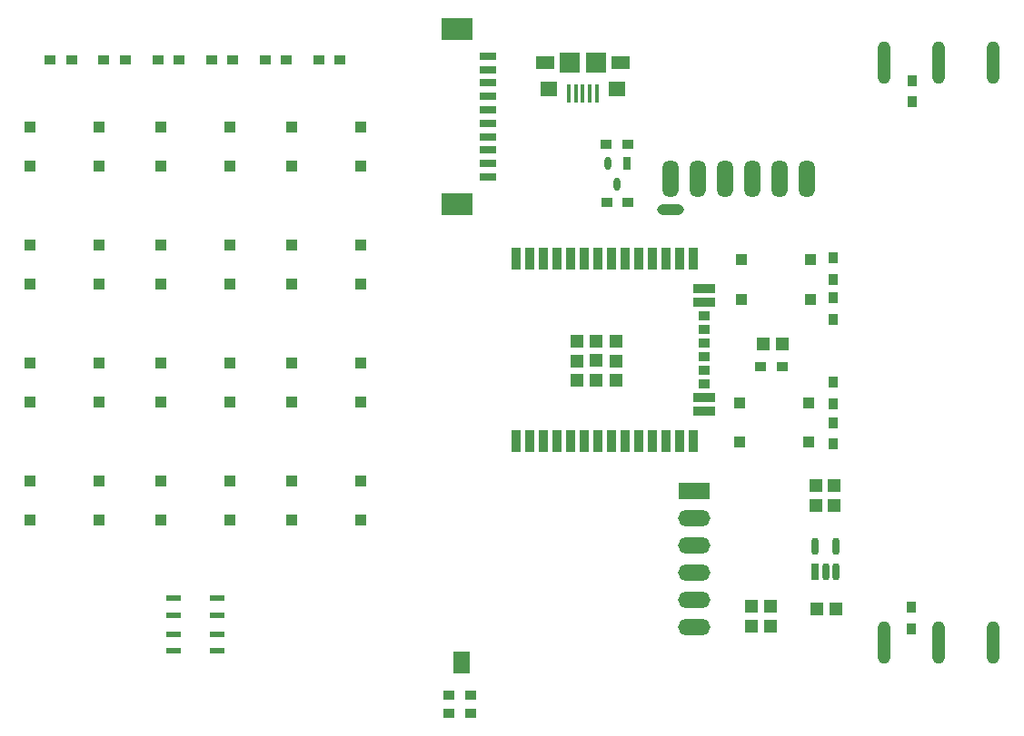
<source format=gtp>
G04*
G04 #@! TF.GenerationSoftware,Altium Limited,Altium Designer,21.2.1 (34)*
G04*
G04 Layer_Color=8421504*
%FSLAX43Y43*%
%MOMM*%
G71*
G04*
G04 #@! TF.SameCoordinates,D37F3DA0-8DBA-475A-B69E-14A0DF471598*
G04*
G04*
G04 #@! TF.FilePolarity,Positive*
G04*
G01*
G75*
%ADD16R,1.000X1.000*%
%ADD17R,1.200X1.200*%
%ADD18R,1.900X1.900*%
%ADD19R,1.700X1.300*%
%ADD20R,1.600X1.400*%
%ADD21R,0.400X1.700*%
%ADD22R,1.300X1.300*%
%ADD23R,1.300X1.300*%
%ADD24R,0.900X2.000*%
%ADD25R,2.000X0.900*%
%ADD26R,1.000X0.900*%
%ADD27R,1.000X0.950*%
G04:AMPARAMS|DCode=28|XSize=1.6mm|YSize=0.7mm|CornerRadius=0.35mm|HoleSize=0mm|Usage=FLASHONLY|Rotation=90.000|XOffset=0mm|YOffset=0mm|HoleType=Round|Shape=RoundedRectangle|*
%AMROUNDEDRECTD28*
21,1,1.600,0.000,0,0,90.0*
21,1,0.900,0.700,0,0,90.0*
1,1,0.700,0.000,0.450*
1,1,0.700,0.000,-0.450*
1,1,0.700,0.000,-0.450*
1,1,0.700,0.000,0.450*
%
%ADD28ROUNDEDRECTD28*%
%ADD29R,0.700X1.600*%
%ADD30O,3.000X1.500*%
%ADD31R,3.000X1.500*%
%ADD32R,1.600X2.000*%
%ADD33R,0.950X1.000*%
%ADD34R,0.700X1.200*%
G04:AMPARAMS|DCode=35|XSize=1.2mm|YSize=0.7mm|CornerRadius=0.35mm|HoleSize=0mm|Usage=FLASHONLY|Rotation=270.000|XOffset=0mm|YOffset=0mm|HoleType=Round|Shape=RoundedRectangle|*
%AMROUNDEDRECTD35*
21,1,1.200,0.000,0,0,270.0*
21,1,0.500,0.700,0,0,270.0*
1,1,0.700,0.000,-0.250*
1,1,0.700,0.000,0.250*
1,1,0.700,0.000,0.250*
1,1,0.700,0.000,-0.250*
%
%ADD35ROUNDEDRECTD35*%
%ADD36O,1.500X3.500*%
%ADD37R,1.600X0.800*%
%ADD38R,3.000X2.100*%
%ADD39O,1.200X4.000*%
%ADD40O,2.500X1.000*%
%ADD41R,1.400X0.600*%
D16*
X82131Y46297D02*
D03*
Y42647D02*
D03*
X75701Y42647D02*
D03*
Y46297D02*
D03*
X81956Y32947D02*
D03*
Y29297D02*
D03*
X75526Y29297D02*
D03*
Y32947D02*
D03*
X33795Y25692D02*
D03*
Y22042D02*
D03*
X40225Y22042D02*
D03*
Y25692D02*
D03*
X28025D02*
D03*
Y22042D02*
D03*
X21595Y22042D02*
D03*
Y25692D02*
D03*
X15820Y25692D02*
D03*
Y22042D02*
D03*
X9390Y22042D02*
D03*
Y25692D02*
D03*
X40225Y36700D02*
D03*
Y33050D02*
D03*
X33795Y33050D02*
D03*
Y36700D02*
D03*
X28020Y36700D02*
D03*
Y33050D02*
D03*
X21590Y33050D02*
D03*
Y36700D02*
D03*
X15820Y36700D02*
D03*
Y33050D02*
D03*
X9390Y33050D02*
D03*
Y36700D02*
D03*
X40225Y47705D02*
D03*
Y44055D02*
D03*
X33795Y44055D02*
D03*
Y47705D02*
D03*
X28020Y47705D02*
D03*
Y44055D02*
D03*
X21590Y44055D02*
D03*
Y47705D02*
D03*
X15820Y47705D02*
D03*
Y44055D02*
D03*
X9390Y44055D02*
D03*
Y47705D02*
D03*
X40230Y58717D02*
D03*
Y55067D02*
D03*
X33800Y55067D02*
D03*
Y58717D02*
D03*
X28025Y58717D02*
D03*
Y55067D02*
D03*
X21595Y55067D02*
D03*
Y58717D02*
D03*
X9395D02*
D03*
Y55067D02*
D03*
X15825Y55067D02*
D03*
Y58717D02*
D03*
D17*
X78401Y14022D02*
D03*
X76641D02*
D03*
X78401Y12117D02*
D03*
X76641D02*
D03*
X82731Y13747D02*
D03*
X84491D02*
D03*
X84376Y23397D02*
D03*
X82616D02*
D03*
X84366Y25270D02*
D03*
X82606D02*
D03*
X79516Y38492D02*
D03*
X77756D02*
D03*
D18*
X59719Y64667D02*
D03*
X62119D02*
D03*
D19*
X57388Y64670D02*
D03*
X64448D02*
D03*
D20*
X57719Y62217D02*
D03*
X64119D02*
D03*
D21*
X59619Y61792D02*
D03*
X60269D02*
D03*
X60919D02*
D03*
X61569D02*
D03*
X62219D02*
D03*
D22*
X60350Y38702D02*
D03*
X62193Y38732D02*
D03*
Y36897D02*
D03*
Y35062D02*
D03*
X64036Y38702D02*
D03*
D23*
X60350Y36867D02*
D03*
X60358Y35062D02*
D03*
X64028D02*
D03*
X64036Y36867D02*
D03*
D24*
X54693Y29397D02*
D03*
D03*
X55963D02*
D03*
X57233D02*
D03*
X59773D02*
D03*
X61043D02*
D03*
X62313D02*
D03*
X63583D02*
D03*
X64853D02*
D03*
X66123D02*
D03*
X67393D02*
D03*
X68663D02*
D03*
X69933D02*
D03*
X71203D02*
D03*
Y46397D02*
D03*
D03*
X69933D02*
D03*
X68663D02*
D03*
X67393D02*
D03*
X66123D02*
D03*
X64853D02*
D03*
X63583D02*
D03*
X62313D02*
D03*
X61043D02*
D03*
X59773D02*
D03*
X58503D02*
D03*
X57233D02*
D03*
X55963D02*
D03*
X54693D02*
D03*
X58503Y29397D02*
D03*
D25*
X72203Y32182D02*
D03*
D03*
Y33452D02*
D03*
Y42342D02*
D03*
Y43612D02*
D03*
D26*
Y34722D02*
D03*
Y35992D02*
D03*
Y37262D02*
D03*
Y38532D02*
D03*
Y39802D02*
D03*
Y41072D02*
D03*
D27*
X77516Y36332D02*
D03*
X79516D02*
D03*
X50453Y3996D02*
D03*
X48453D02*
D03*
X65083Y57057D02*
D03*
X63083D02*
D03*
X63141Y51696D02*
D03*
X65141D02*
D03*
X48453Y5724D02*
D03*
X50453D02*
D03*
X36306Y65003D02*
D03*
X38306D02*
D03*
X33310Y65003D02*
D03*
X31310D02*
D03*
X28306Y65003D02*
D03*
X26306D02*
D03*
X23310Y65003D02*
D03*
X21310D02*
D03*
X18310Y65003D02*
D03*
X16310D02*
D03*
X13310D02*
D03*
X11310D02*
D03*
D28*
X82597Y19555D02*
D03*
X84497D02*
D03*
Y17223D02*
D03*
X83547D02*
D03*
D29*
X82597D02*
D03*
D30*
X71261Y12012D02*
D03*
Y14552D02*
D03*
Y17092D02*
D03*
Y19632D02*
D03*
Y22172D02*
D03*
D31*
Y24712D02*
D03*
D32*
X49642Y8760D02*
D03*
D33*
X84261Y42742D02*
D03*
Y40742D02*
D03*
X84258Y34910D02*
D03*
Y32910D02*
D03*
X84251Y44487D02*
D03*
Y46487D02*
D03*
X84256Y31127D02*
D03*
Y29127D02*
D03*
X91555Y13897D02*
D03*
Y11897D02*
D03*
X91581Y61030D02*
D03*
Y63030D02*
D03*
D34*
X65054Y55306D02*
D03*
D35*
X63224D02*
D03*
X64139Y53349D02*
D03*
D36*
X69108Y53898D02*
D03*
X71648D02*
D03*
X74188D02*
D03*
X76728D02*
D03*
X79268D02*
D03*
X81808D02*
D03*
D37*
X52087Y65304D02*
D03*
Y64054D02*
D03*
Y62804D02*
D03*
Y61554D02*
D03*
Y60304D02*
D03*
Y59054D02*
D03*
Y57804D02*
D03*
Y56554D02*
D03*
Y55304D02*
D03*
Y54054D02*
D03*
D38*
X49187Y51504D02*
D03*
Y67854D02*
D03*
D39*
X89026Y10572D02*
D03*
X94106D02*
D03*
X99186D02*
D03*
Y64722D02*
D03*
X94106D02*
D03*
X89026D02*
D03*
D40*
X69132Y51013D02*
D03*
D41*
X26886Y13159D02*
D03*
Y14759D02*
D03*
X22786Y13159D02*
D03*
Y14759D02*
D03*
Y11406D02*
D03*
Y9806D02*
D03*
X26886Y11406D02*
D03*
Y9806D02*
D03*
M02*

</source>
